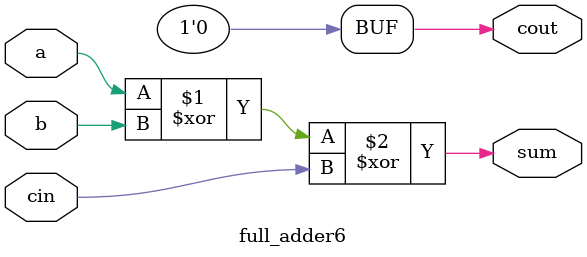
<source format=v>
module full_adder6(a,b,cin,sum,cout);
input a,b,cin;
output sum,cout;
assign sum = a^b^cin;
assign cout = 1'b0; 
// initial begin
//     $display("The incorrect adder with or1 having out/0");
// end   
endmodule
</source>
